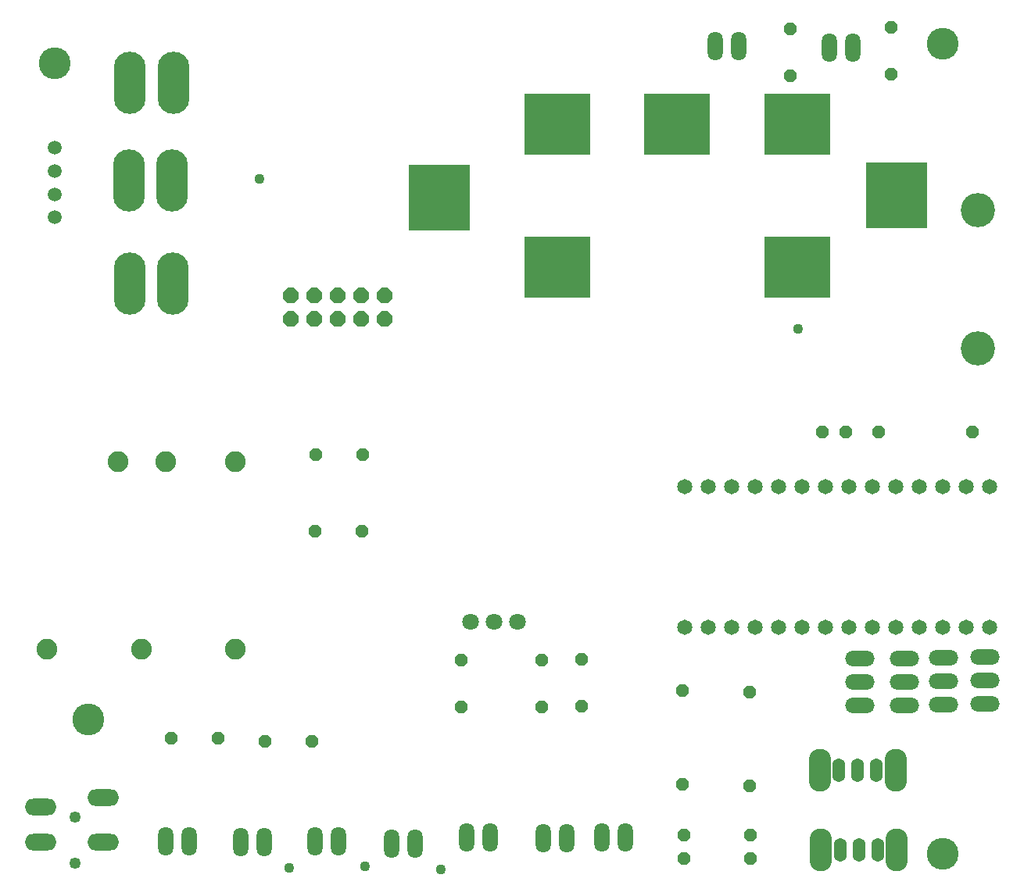
<source format=gts>
G04 Layer_Color=8388736*
%FSLAX25Y25*%
%MOIN*%
G70*
G01*
G75*
%ADD49R,0.28159X0.26191*%
%ADD50R,0.26191X0.28159*%
%ADD51C,0.07100*%
%ADD52O,0.06506X0.12411*%
%ADD53P,0.05845X8X292.5*%
%ADD54C,0.14600*%
%ADD55C,0.06506*%
%ADD56P,0.05845X8X22.5*%
%ADD57C,0.08868*%
%ADD58C,0.04931*%
%ADD59O,0.13593X0.07097*%
%ADD60O,0.13591X0.26583*%
%ADD61C,0.05915*%
%ADD62O,0.09459X0.18318*%
%ADD63O,0.05325X0.10050*%
%ADD64P,0.07144X8X22.5*%
%ADD65O,0.12600X0.06600*%
%ADD66C,0.13592*%
%ADD67C,0.04362*%
D49*
X391629Y620319D02*
D03*
X340448D02*
D03*
X442810D02*
D03*
Y559295D02*
D03*
X340448D02*
D03*
D50*
X290251Y588978D02*
D03*
X485133Y589807D02*
D03*
D51*
X313500Y408000D02*
D03*
X323500D02*
D03*
X303500D02*
D03*
D52*
X369500Y316000D02*
D03*
X359500D02*
D03*
X344500Y315500D02*
D03*
X334500D02*
D03*
X456500Y653000D02*
D03*
X466500D02*
D03*
X408000Y653500D02*
D03*
X418000D02*
D03*
X183674Y314260D02*
D03*
X173674D02*
D03*
X215651Y313861D02*
D03*
X205651D02*
D03*
X247203Y314305D02*
D03*
X237203D02*
D03*
X280085Y313418D02*
D03*
X270085D02*
D03*
X312080Y316068D02*
D03*
X302080D02*
D03*
D53*
X351000Y372000D02*
D03*
Y392000D02*
D03*
X334000Y371500D02*
D03*
Y391500D02*
D03*
X299500Y371500D02*
D03*
Y391500D02*
D03*
X483000Y641500D02*
D03*
Y661500D02*
D03*
X440000Y641000D02*
D03*
Y661000D02*
D03*
X394000Y378500D02*
D03*
Y338500D02*
D03*
X422500Y378000D02*
D03*
Y338000D02*
D03*
X394500Y307000D02*
D03*
Y317000D02*
D03*
X423000Y307000D02*
D03*
Y317000D02*
D03*
D54*
X520000Y524500D02*
D03*
Y583500D02*
D03*
D55*
X525000Y405500D02*
D03*
X515000D02*
D03*
X505000D02*
D03*
X495000D02*
D03*
X485000D02*
D03*
X475000D02*
D03*
X465000D02*
D03*
X455000D02*
D03*
X445000D02*
D03*
X435000D02*
D03*
X425000D02*
D03*
X415000D02*
D03*
X405000D02*
D03*
X395000D02*
D03*
X525000Y465500D02*
D03*
X515000D02*
D03*
X505000D02*
D03*
X495000D02*
D03*
X485000D02*
D03*
X475000D02*
D03*
X465000D02*
D03*
X455000D02*
D03*
X445000D02*
D03*
X435000D02*
D03*
X425000D02*
D03*
X415000D02*
D03*
X405000D02*
D03*
X395000D02*
D03*
D56*
X195877Y358390D02*
D03*
X175877D02*
D03*
X517500Y489000D02*
D03*
X477500D02*
D03*
X463500D02*
D03*
X453500D02*
D03*
X237364Y446655D02*
D03*
X257364D02*
D03*
X235920Y356932D02*
D03*
X215920D02*
D03*
X237643Y479301D02*
D03*
X257643D02*
D03*
D57*
X123083Y396465D02*
D03*
X163241D02*
D03*
X203398D02*
D03*
X153398Y476465D02*
D03*
X173477D02*
D03*
X203398D02*
D03*
D58*
X135082Y324660D02*
D03*
Y304975D02*
D03*
D59*
X146893Y314030D02*
D03*
Y332927D02*
D03*
X120121Y328990D02*
D03*
Y314030D02*
D03*
D60*
X158389Y638047D02*
D03*
X176893D02*
D03*
X157835Y596312D02*
D03*
X176339D02*
D03*
X158213Y552414D02*
D03*
X176717D02*
D03*
D61*
X126340Y580610D02*
D03*
Y590453D02*
D03*
Y600295D02*
D03*
Y610138D02*
D03*
D62*
X453088Y310685D02*
D03*
X485372D02*
D03*
X452490Y344704D02*
D03*
X484774D02*
D03*
D63*
X461356Y310685D02*
D03*
X469230D02*
D03*
X477104D02*
D03*
X460758Y344704D02*
D03*
X468632D02*
D03*
X476506D02*
D03*
D64*
X266980Y547294D02*
D03*
Y537294D02*
D03*
X256980Y547294D02*
D03*
Y537294D02*
D03*
X246980Y547294D02*
D03*
Y537294D02*
D03*
X236980Y547294D02*
D03*
Y537294D02*
D03*
X226980Y547294D02*
D03*
Y537294D02*
D03*
D65*
X522849Y392845D02*
D03*
Y382845D02*
D03*
Y372845D02*
D03*
X505303Y392678D02*
D03*
Y382678D02*
D03*
Y372678D02*
D03*
X488498Y392149D02*
D03*
Y382149D02*
D03*
Y372149D02*
D03*
X469527Y392140D02*
D03*
Y382140D02*
D03*
Y372140D02*
D03*
D66*
X504761Y309063D02*
D03*
Y654801D02*
D03*
X126381Y646453D02*
D03*
X140520Y366359D02*
D03*
D67*
X291004Y302261D02*
D03*
X258635Y303566D02*
D03*
X226248Y302836D02*
D03*
X443213Y533046D02*
D03*
X213545Y596821D02*
D03*
M02*

</source>
